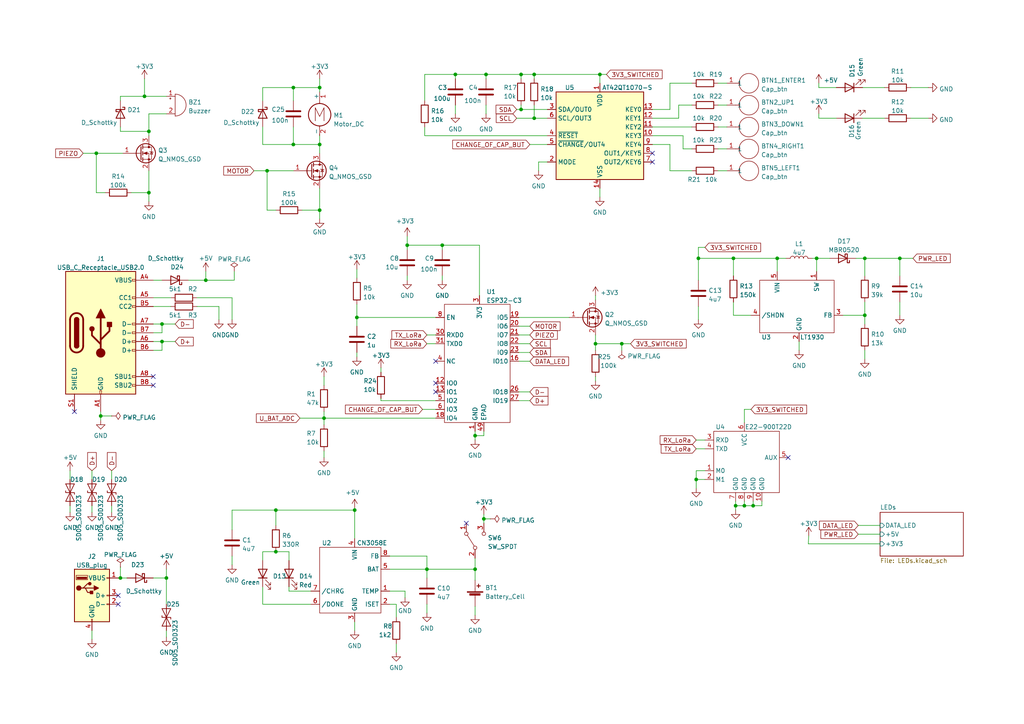
<source format=kicad_sch>
(kicad_sch (version 20211123) (generator eeschema)
  (paper "A4")
  (title_block (title "Semafor") (rev "1"))
  (junction (at 154.94 34.29))
  (junction (at 92.71 60.96))
  (junction (at 225.425 74.93))
  (junction (at 154.94 21.59))
  (junction (at 140.335 150.495))
  (junction (at 201.93 139.065))
  (junction (at 250.825 74.93))
  (junction (at 173.99 21.59))
  (junction (at 27.94 44.45))
  (junction (at 59.69 81.28))
  (junction (at 151.13 21.59))
  (junction (at 93.98 121.285))
  (junction (at 46.99 93.98))
  (junction (at 218.44 146.685))
  (junction (at 103.505 92.075))
  (junction (at 202.565 74.93))
  (junction (at 172.72 99.695))
  (junction (at 180.34 99.695))
  (junction (at 80.01 147.955))
  (junction (at 128.27 71.12))
  (junction (at 137.795 126.365))
  (junction (at 151.13 31.75))
  (junction (at 236.855 74.93))
  (junction (at 140.97 21.59))
  (junction (at 80.01 160.02))
  (junction (at 123.825 165.1))
  (junction (at 92.71 25.4))
  (junction (at 34.925 167.64))
  (junction (at 212.725 74.93))
  (junction (at 250.825 91.44))
  (junction (at 132.08 21.59))
  (junction (at 85.09 25.4))
  (junction (at 43.18 38.1))
  (junction (at 260.985 74.93))
  (junction (at 77.47 49.53))
  (junction (at 92.71 41.91))
  (junction (at 213.36 146.685))
  (junction (at 118.11 71.12))
  (junction (at 46.99 99.06))
  (junction (at 102.87 147.955))
  (junction (at 215.9 146.685))
  (junction (at 41.91 27.94))
  (junction (at 85.09 41.91))
  (junction (at 43.18 55.88))
  (junction (at 48.26 167.64))
  (junction (at 29.21 120.65))
  (junction (at 137.795 165.1))
  (no_connect (at 126.365 113.665))
  (no_connect (at 34.29 172.72))
  (no_connect (at 228.6 132.715))
  (no_connect (at 44.45 109.22))
  (no_connect (at 44.45 111.76))
  (no_connect (at 126.365 104.775))
  (no_connect (at 126.365 111.125))
  (no_connect (at 135.255 151.765))
  (no_connect (at 34.29 175.26))
  (no_connect (at 189.23 44.45))
  (no_connect (at 189.23 46.99))
  (no_connect (at 21.59 119.38))
  (wire (pts (xy 140.335 150.495) (xy 142.24 150.495)))
  (wire (pts (xy 114.935 186.69) (xy 114.935 189.23)))
  (wire (pts (xy 150.495 94.615) (xy 153.67 94.615)))
  (wire (pts (xy 57.15 88.9) (xy 63.5 88.9)))
  (wire (pts (xy 54.61 81.28) (xy 59.69 81.28)))
  (wire (pts (xy 140.97 30.48) (xy 140.97 33.02)))
  (wire (pts (xy 213.36 146.685) (xy 213.36 147.955)))
  (wire (pts (xy 43.18 38.1) (xy 43.18 33.02)))
  (wire (pts (xy 172.72 97.155) (xy 172.72 99.695)))
  (wire (pts (xy 102.87 180.34) (xy 102.87 182.88)))
  (wire (pts (xy 83.82 170.18) (xy 83.82 171.45)))
  (wire (pts (xy 117.475 173.355) (xy 117.475 171.45)))
  (wire (pts (xy 26.67 146.685) (xy 26.67 148.59)))
  (wire (pts (xy 29.21 120.65) (xy 32.385 120.65)))
  (wire (pts (xy 67.945 81.28) (xy 59.69 81.28)))
  (wire (pts (xy 137.795 175.895) (xy 137.795 178.435)))
  (wire (pts (xy 34.925 36.83) (xy 34.925 38.1)))
  (wire (pts (xy 44.45 88.9) (xy 49.53 88.9)))
  (wire (pts (xy 67.31 161.29) (xy 67.31 163.83)))
  (wire (pts (xy 92.71 39.37) (xy 92.71 41.91)))
  (wire (pts (xy 93.98 119.38) (xy 93.98 121.285)))
  (wire (pts (xy 34.925 164.465) (xy 34.925 167.64)))
  (wire (pts (xy 27.94 55.88) (xy 27.94 44.45)))
  (wire (pts (xy 140.335 150.495) (xy 140.335 151.765)))
  (wire (pts (xy 194.31 31.75) (xy 194.31 24.13)))
  (wire (pts (xy 250.19 25.4) (xy 256.54 25.4)))
  (wire (pts (xy 92.71 54.61) (xy 92.71 60.96)))
  (wire (pts (xy 235.585 74.93) (xy 236.855 74.93)))
  (wire (pts (xy 73.66 49.53) (xy 77.47 49.53)))
  (wire (pts (xy 123.825 99.695) (xy 126.365 99.695)))
  (wire (pts (xy 85.09 36.83) (xy 85.09 41.91)))
  (wire (pts (xy 204.47 71.755) (xy 202.565 71.755)))
  (wire (pts (xy 126.365 116.205) (xy 110.49 116.205)))
  (wire (pts (xy 248.285 74.93) (xy 250.825 74.93)))
  (wire (pts (xy 34.925 38.1) (xy 43.18 38.1)))
  (wire (pts (xy 189.23 39.37) (xy 198.12 39.37)))
  (wire (pts (xy 204.47 136.525) (xy 201.93 136.525)))
  (wire (pts (xy 30.48 55.88) (xy 27.94 55.88)))
  (wire (pts (xy 173.99 54.61) (xy 173.99 57.15)))
  (wire (pts (xy 57.15 86.36) (xy 67.31 86.36)))
  (wire (pts (xy 46.99 93.98) (xy 50.8 93.98)))
  (wire (pts (xy 137.795 125.095) (xy 137.795 126.365)))
  (wire (pts (xy 92.71 22.86) (xy 92.71 25.4)))
  (wire (pts (xy 123.19 29.21) (xy 123.19 21.59)))
  (wire (pts (xy 250.825 80.01) (xy 250.825 74.93)))
  (wire (pts (xy 149.86 31.75) (xy 151.13 31.75)))
  (wire (pts (xy 118.11 80.01) (xy 118.11 81.28)))
  (wire (pts (xy 132.08 30.48) (xy 132.08 33.02)))
  (wire (pts (xy 151.13 21.59) (xy 151.13 22.86)))
  (wire (pts (xy 260.985 74.93) (xy 260.985 80.01)))
  (wire (pts (xy 80.01 60.96) (xy 77.47 60.96)))
  (wire (pts (xy 113.03 175.26) (xy 114.935 175.26)))
  (wire (pts (xy 80.01 147.955) (xy 80.01 152.4)))
  (wire (pts (xy 264.16 25.4) (xy 269.24 25.4)))
  (wire (pts (xy 250.19 34.29) (xy 256.54 34.29)))
  (wire (pts (xy 225.425 74.93) (xy 227.965 74.93)))
  (wire (pts (xy 59.69 81.28) (xy 59.69 78.74)))
  (wire (pts (xy 154.94 30.48) (xy 154.94 34.29)))
  (wire (pts (xy 208.28 49.53) (xy 210.82 49.53)))
  (wire (pts (xy 140.97 21.59) (xy 151.13 21.59)))
  (wire (pts (xy 194.31 49.53) (xy 200.66 49.53)))
  (wire (pts (xy 113.03 171.45) (xy 117.475 171.45)))
  (wire (pts (xy 137.795 126.365) (xy 137.795 127.635)))
  (wire (pts (xy 189.23 31.75) (xy 194.31 31.75)))
  (wire (pts (xy 156.21 46.99) (xy 156.21 49.53)))
  (wire (pts (xy 63.5 88.9) (xy 63.5 92.71)))
  (wire (pts (xy 212.725 91.44) (xy 212.725 87.63)))
  (wire (pts (xy 43.18 55.88) (xy 43.18 58.42)))
  (wire (pts (xy 92.71 25.4) (xy 92.71 26.67)))
  (wire (pts (xy 201.93 139.065) (xy 201.93 141.605)))
  (wire (pts (xy 215.9 146.685) (xy 213.36 146.685)))
  (wire (pts (xy 43.18 49.53) (xy 43.18 55.88)))
  (wire (pts (xy 139.065 71.12) (xy 128.27 71.12)))
  (wire (pts (xy 182.88 99.695) (xy 180.34 99.695)))
  (wire (pts (xy 48.26 182.88) (xy 48.26 184.785)))
  (wire (pts (xy 236.855 74.93) (xy 236.855 78.74)))
  (wire (pts (xy 150.495 104.775) (xy 153.67 104.775)))
  (wire (pts (xy 128.27 71.12) (xy 128.27 72.39)))
  (wire (pts (xy 172.72 85.725) (xy 172.72 86.995)))
  (wire (pts (xy 67.31 147.955) (xy 67.31 153.67)))
  (wire (pts (xy 85.09 25.4) (xy 92.71 25.4)))
  (wire (pts (xy 196.85 34.29) (xy 196.85 30.48)))
  (wire (pts (xy 173.99 21.59) (xy 175.895 21.59)))
  (wire (pts (xy 217.805 118.745) (xy 215.9 118.745)))
  (wire (pts (xy 140.97 22.86) (xy 140.97 21.59)))
  (wire (pts (xy 76.2 41.91) (xy 85.09 41.91)))
  (wire (pts (xy 44.45 99.06) (xy 46.99 99.06)))
  (wire (pts (xy 236.855 74.93) (xy 240.665 74.93)))
  (wire (pts (xy 208.28 24.13) (xy 210.82 24.13)))
  (wire (pts (xy 114.935 175.26) (xy 114.935 179.07)))
  (wire (pts (xy 110.49 116.205) (xy 110.49 115.57)))
  (wire (pts (xy 215.9 118.745) (xy 215.9 122.555)))
  (wire (pts (xy 250.825 74.93) (xy 260.985 74.93)))
  (wire (pts (xy 113.03 161.29) (xy 123.825 161.29)))
  (wire (pts (xy 90.17 171.45) (xy 83.82 171.45)))
  (wire (pts (xy 198.12 39.37) (xy 198.12 43.18)))
  (wire (pts (xy 172.72 99.695) (xy 172.72 101.6)))
  (wire (pts (xy 150.495 92.075) (xy 165.1 92.075)))
  (wire (pts (xy 237.49 33.02) (xy 237.49 34.29)))
  (wire (pts (xy 237.49 25.4) (xy 237.49 24.13)))
  (wire (pts (xy 118.11 71.12) (xy 128.27 71.12)))
  (wire (pts (xy 48.26 27.94) (xy 41.91 27.94)))
  (wire (pts (xy 77.47 49.53) (xy 85.09 49.53)))
  (wire (pts (xy 220.98 146.685) (xy 218.44 146.685)))
  (wire (pts (xy 29.21 120.65) (xy 29.21 121.92)))
  (wire (pts (xy 123.19 21.59) (xy 132.08 21.59)))
  (wire (pts (xy 118.11 68.58) (xy 118.11 71.12)))
  (wire (pts (xy 128.27 80.01) (xy 128.27 81.28)))
  (wire (pts (xy 27.94 44.45) (xy 35.56 44.45)))
  (wire (pts (xy 196.85 30.48) (xy 200.66 30.48)))
  (wire (pts (xy 92.71 41.91) (xy 92.71 44.45)))
  (wire (pts (xy 76.2 160.02) (xy 80.01 160.02)))
  (wire (pts (xy 102.87 147.955) (xy 102.87 156.21)))
  (wire (pts (xy 150.495 116.205) (xy 153.67 116.205)))
  (wire (pts (xy 158.75 39.37) (xy 123.19 39.37)))
  (wire (pts (xy 149.86 34.29) (xy 154.94 34.29)))
  (wire (pts (xy 123.825 175.26) (xy 123.825 177.8)))
  (wire (pts (xy 38.1 55.88) (xy 43.18 55.88)))
  (wire (pts (xy 158.75 46.99) (xy 156.21 46.99)))
  (wire (pts (xy 250.825 91.44) (xy 250.825 93.98)))
  (wire (pts (xy 90.17 175.26) (xy 76.2 175.26)))
  (wire (pts (xy 93.98 121.285) (xy 93.98 123.19)))
  (wire (pts (xy 153.67 41.91) (xy 158.75 41.91)))
  (wire (pts (xy 208.28 30.48) (xy 210.82 30.48)))
  (wire (pts (xy 44.45 93.98) (xy 46.99 93.98)))
  (wire (pts (xy 93.98 121.285) (xy 126.365 121.285)))
  (wire (pts (xy 29.21 119.38) (xy 29.21 120.65)))
  (wire (pts (xy 194.31 24.13) (xy 200.66 24.13)))
  (wire (pts (xy 123.825 161.29) (xy 123.825 165.1)))
  (wire (pts (xy 87.63 60.96) (xy 92.71 60.96)))
  (wire (pts (xy 41.91 22.86) (xy 41.91 27.94)))
  (wire (pts (xy 44.45 101.6) (xy 46.99 101.6)))
  (wire (pts (xy 250.825 87.63) (xy 250.825 91.44)))
  (wire (pts (xy 208.28 36.83) (xy 210.82 36.83)))
  (wire (pts (xy 218.44 145.415) (xy 218.44 146.685)))
  (wire (pts (xy 76.2 162.56) (xy 76.2 160.02)))
  (wire (pts (xy 150.495 113.665) (xy 153.67 113.665)))
  (wire (pts (xy 44.45 167.64) (xy 48.26 167.64)))
  (wire (pts (xy 43.18 33.02) (xy 48.26 33.02)))
  (wire (pts (xy 264.795 74.93) (xy 260.985 74.93)))
  (wire (pts (xy 132.08 22.86) (xy 132.08 21.59)))
  (wire (pts (xy 260.985 87.63) (xy 260.985 91.44)))
  (wire (pts (xy 201.93 136.525) (xy 201.93 139.065)))
  (wire (pts (xy 76.2 25.4) (xy 85.09 25.4)))
  (wire (pts (xy 202.565 88.9) (xy 202.565 92.71)))
  (wire (pts (xy 201.93 130.175) (xy 204.47 130.175)))
  (wire (pts (xy 24.13 44.45) (xy 27.94 44.45)))
  (wire (pts (xy 139.065 85.725) (xy 139.065 71.12)))
  (wire (pts (xy 123.825 167.64) (xy 123.825 165.1)))
  (wire (pts (xy 44.45 96.52) (xy 46.99 96.52)))
  (wire (pts (xy 26.67 182.88) (xy 26.67 185.42)))
  (wire (pts (xy 208.28 43.18) (xy 210.82 43.18)))
  (wire (pts (xy 202.565 71.755) (xy 202.565 74.93)))
  (wire (pts (xy 103.505 102.235) (xy 103.505 103.505)))
  (wire (pts (xy 255.27 157.734) (xy 234.442 157.734)))
  (wire (pts (xy 20.32 146.685) (xy 20.32 148.59)))
  (wire (pts (xy 150.495 102.235) (xy 153.67 102.235)))
  (wire (pts (xy 86.995 121.285) (xy 93.98 121.285)))
  (wire (pts (xy 123.825 97.155) (xy 126.365 97.155)))
  (wire (pts (xy 173.99 21.59) (xy 173.99 24.13)))
  (wire (pts (xy 180.34 99.695) (xy 180.34 101.6)))
  (wire (pts (xy 77.47 60.96) (xy 77.47 49.53)))
  (wire (pts (xy 237.49 25.4) (xy 242.57 25.4)))
  (wire (pts (xy 234.569 155.448) (xy 234.442 157.734)))
  (wire (pts (xy 67.31 147.955) (xy 80.01 147.955)))
  (wire (pts (xy 244.475 91.44) (xy 250.825 91.44)))
  (wire (pts (xy 202.565 74.93) (xy 202.565 81.28)))
  (wire (pts (xy 80.01 147.955) (xy 102.87 147.955)))
  (wire (pts (xy 201.93 139.065) (xy 204.47 139.065)))
  (wire (pts (xy 123.19 39.37) (xy 123.19 36.83)))
  (wire (pts (xy 150.495 99.695) (xy 153.67 99.695)))
  (wire (pts (xy 225.425 78.74) (xy 225.425 74.93)))
  (wire (pts (xy 140.335 126.365) (xy 137.795 126.365)))
  (wire (pts (xy 20.32 136.525) (xy 20.32 139.065)))
  (wire (pts (xy 250.825 101.6) (xy 250.825 104.14)))
  (wire (pts (xy 202.565 74.93) (xy 212.725 74.93)))
  (wire (pts (xy 44.45 86.36) (xy 49.53 86.36)))
  (wire (pts (xy 83.82 162.56) (xy 83.82 160.02)))
  (wire (pts (xy 34.925 167.64) (xy 36.83 167.64)))
  (wire (pts (xy 248.92 154.94) (xy 255.27 154.94)))
  (wire (pts (xy 103.505 92.075) (xy 126.365 92.075)))
  (wire (pts (xy 231.775 99.06) (xy 231.775 101.6)))
  (wire (pts (xy 180.34 99.695) (xy 172.72 99.695)))
  (wire (pts (xy 154.94 34.29) (xy 158.75 34.29)))
  (wire (pts (xy 198.12 43.18) (xy 200.66 43.18)))
  (wire (pts (xy 151.13 30.48) (xy 151.13 31.75)))
  (wire (pts (xy 46.99 93.98) (xy 46.99 96.52)))
  (wire (pts (xy 85.09 25.4) (xy 85.09 29.21)))
  (wire (pts (xy 85.09 41.91) (xy 92.71 41.91)))
  (wire (pts (xy 93.98 109.22) (xy 93.98 111.76)))
  (wire (pts (xy 137.795 161.925) (xy 137.795 165.1)))
  (wire (pts (xy 150.495 97.155) (xy 153.67 97.155)))
  (wire (pts (xy 44.45 81.28) (xy 46.99 81.28)))
  (wire (pts (xy 154.94 21.59) (xy 173.99 21.59)))
  (wire (pts (xy 34.925 27.94) (xy 41.91 27.94)))
  (wire (pts (xy 67.945 78.74) (xy 67.945 81.28)))
  (wire (pts (xy 103.505 88.265) (xy 103.505 92.075)))
  (wire (pts (xy 140.335 149.225) (xy 140.335 150.495)))
  (wire (pts (xy 189.23 34.29) (xy 196.85 34.29)))
  (wire (pts (xy 154.94 21.59) (xy 154.94 22.86)))
  (wire (pts (xy 189.23 41.91) (xy 194.31 41.91)))
  (wire (pts (xy 102.87 147.32) (xy 102.87 147.955)))
  (wire (pts (xy 151.13 21.59) (xy 154.94 21.59)))
  (wire (pts (xy 194.31 41.91) (xy 194.31 49.53)))
  (wire (pts (xy 172.72 109.22) (xy 172.72 110.49)))
  (wire (pts (xy 48.26 167.64) (xy 48.26 175.26)))
  (wire (pts (xy 26.67 136.525) (xy 26.67 139.065)))
  (wire (pts (xy 237.49 34.29) (xy 242.57 34.29)))
  (wire (pts (xy 34.29 167.64) (xy 34.925 167.64)))
  (wire (pts (xy 123.825 165.1) (xy 137.795 165.1)))
  (wire (pts (xy 103.505 78.105) (xy 103.505 80.645)))
  (wire (pts (xy 215.9 145.415) (xy 215.9 146.685)))
  (wire (pts (xy 140.335 125.095) (xy 140.335 126.365)))
  (wire (pts (xy 218.44 146.685) (xy 215.9 146.685)))
  (wire (pts (xy 213.36 145.415) (xy 213.36 146.685)))
  (wire (pts (xy 48.26 165.1) (xy 48.26 167.64)))
  (wire (pts (xy 212.725 80.01) (xy 212.725 74.93)))
  (wire (pts (xy 217.805 91.44) (xy 212.725 91.44)))
  (wire (pts (xy 76.2 170.18) (xy 76.2 175.26)))
  (wire (pts (xy 264.16 34.29) (xy 269.24 34.29)))
  (wire (pts (xy 122.555 118.745) (xy 126.365 118.745)))
  (wire (pts (xy 151.13 31.75) (xy 158.75 31.75)))
  (wire (pts (xy 113.03 165.1) (xy 123.825 165.1)))
  (wire (pts (xy 32.385 146.685) (xy 32.385 148.59)))
  (wire (pts (xy 93.98 130.81) (xy 93.98 132.715)))
  (wire (pts (xy 110.49 106.68) (xy 110.49 107.95)))
  (wire (pts (xy 189.23 36.83) (xy 200.66 36.83)))
  (wire (pts (xy 43.18 38.1) (xy 43.18 39.37)))
  (wire (pts (xy 118.11 72.39) (xy 118.11 71.12)))
  (wire (pts (xy 248.92 152.4) (xy 255.27 152.4)))
  (wire (pts (xy 76.2 29.21) (xy 76.2 25.4)))
  (wire (pts (xy 46.99 99.06) (xy 46.99 101.6)))
  (wire (pts (xy 132.08 21.59) (xy 140.97 21.59)))
  (wire (pts (xy 67.31 86.36) (xy 67.31 92.71)))
  (wire (pts (xy 92.71 60.96) (xy 92.71 63.5)))
  (wire (pts (xy 80.01 160.02) (xy 83.82 160.02)))
  (wire (pts (xy 32.385 136.525) (xy 32.385 139.065)))
  (wire (pts (xy 220.98 145.415) (xy 220.98 146.685)))
  (wire (pts (xy 212.725 74.93) (xy 225.425 74.93)))
  (wire (pts (xy 34.925 27.94) (xy 34.925 29.21)))
  (wire (pts (xy 103.505 92.075) (xy 103.505 94.615)))
  (wire (pts (xy 137.795 165.1) (xy 137.795 168.275)))
  (wire (pts (xy 76.2 36.83) (xy 76.2 41.91)))
  (wire (pts (xy 201.93 127.635) (xy 204.47 127.635)))
  (wire (pts (xy 46.99 99.06) (xy 50.8 99.06)))
  (global_label "SDA" (shape input) (at 149.86 31.75 180) (property "Intersheet References" "${INTERSHEET_REFS}" (effects hide)))
  (global_label "MOTOR" (shape input) (at 153.67 94.615 0) (property "Intersheet References" "${INTERSHEET_REFS}" (effects hide)))
  (global_label "D+" (shape input) (at 153.67 116.205 0) (property "Intersheet References" "${INTERSHEET_REFS}" (effects hide)))
  (global_label "DATA_LED" (shape input) (at 153.67 104.775 0) (property "Intersheet References" "${INTERSHEET_REFS}" (effects hide)))
  (global_label "CHANGE_OF_CAP_BUT" (shape input) (at 153.67 41.91 180) (property "Intersheet References" "${INTERSHEET_REFS}" (effects hide)))
  (global_label "3V3_SWITCHED" (shape input) (at 204.47 71.755 0) (property "Intersheet References" "${INTERSHEET_REFS}" (effects hide)))
  (global_label "SCL" (shape input) (at 149.86 34.29 180) (property "Intersheet References" "${INTERSHEET_REFS}" (effects hide)))
  (global_label "D+" (shape input) (at 50.8 99.06 0) (property "Intersheet References" "${INTERSHEET_REFS}" (effects hide)))
  (global_label "3V3_SWITCHED" (shape input) (at 217.805 118.745 0) (property "Intersheet References" "${INTERSHEET_REFS}" (effects hide)))
  (global_label "DATA_LED" (shape input) (at 248.92 152.4 180) (property "Intersheet References" "${INTERSHEET_REFS}" (effects hide)))
  (global_label "3V3_SWITCHED" (shape input) (at 182.88 99.695 0) (property "Intersheet References" "${INTERSHEET_REFS}" (effects hide)))
  (global_label "D-" (shape input) (at 32.385 136.525 90) (property "Intersheet References" "${INTERSHEET_REFS}" (effects hide)))
  (global_label "MOTOR" (shape input) (at 73.66 49.53 180) (property "Intersheet References" "${INTERSHEET_REFS}" (effects hide)))
  (global_label "SDA" (shape input) (at 153.67 102.235 0) (property "Intersheet References" "${INTERSHEET_REFS}" (effects hide)))
  (global_label "3V3_SWITCHED" (shape input) (at 175.895 21.59 0) (property "Intersheet References" "${INTERSHEET_REFS}" (effects hide)))
  (global_label "U_BAT_ADC" (shape input) (at 86.995 121.285 180) (property "Intersheet References" "${INTERSHEET_REFS}" (effects hide)))
  (global_label "PWR_LED" (shape input) (at 248.92 154.94 180) (property "Intersheet References" "${INTERSHEET_REFS}" (effects hide)))
  (global_label "PIEZO" (shape input) (at 153.67 97.155 0) (property "Intersheet References" "${INTERSHEET_REFS}" (effects hide)))
  (global_label "RX_LoRa" (shape input) (at 123.825 99.695 180) (property "Intersheet References" "${INTERSHEET_REFS}" (effects hide)))
  (global_label "TX_LoRa" (shape input) (at 201.93 130.175 180) (property "Intersheet References" "${INTERSHEET_REFS}" (effects hide)))
  (global_label "D-" (shape input) (at 50.8 93.98 0) (property "Intersheet References" "${INTERSHEET_REFS}" (effects hide)))
  (global_label "TX_LoRa" (shape input) (at 123.825 97.155 180) (property "Intersheet References" "${INTERSHEET_REFS}" (effects hide)))
  (global_label "SCL" (shape input) (at 153.67 99.695 0) (property "Intersheet References" "${INTERSHEET_REFS}" (effects hide)))
  (global_label "PWR_LED" (shape input) (at 264.795 74.93 0) (property "Intersheet References" "${INTERSHEET_REFS}" (effects hide)))
  (global_label "RX_LoRa" (shape input) (at 201.93 127.635 180) (property "Intersheet References" "${INTERSHEET_REFS}" (effects hide)))
  (global_label "D+" (shape input) (at 26.67 136.525 90) (property "Intersheet References" "${INTERSHEET_REFS}" (effects hide)))
  (global_label "D-" (shape input) (at 153.67 113.665 0) (property "Intersheet References" "${INTERSHEET_REFS}" (effects hide)))
  (global_label "CHANGE_OF_CAP_BUT" (shape input) (at 122.555 118.745 180) (property "Intersheet References" "${INTERSHEET_REFS}" (effects hide)))
  (global_label "PIEZO" (shape input) (at 24.13 44.45 180) (property "Intersheet References" "${INTERSHEET_REFS}" (effects hide)))
  (symbol (lib_id "Device:C") (at 140.97 26.67 0) (unit 1)
    (property "Reference" "C4" (at 135.89 25.4 0) (effects (justify left)))
    (property "Value" "100n" (at 134.62 29.21 0) (effects (justify left)))
    (property "Footprint" "Capacitor_SMD:C_0603_1608Metric" (effects hide))
    (property "LCSC" "C14663" (effects hide))
  )
  (symbol (lib_name "E22-900T22D_1") (lib_id "Library:E22-900T22D") (at 219.71 133.985 0) (unit 1)
    (property "Reference" "U4" (at 208.915 123.825 0))
    (property "Value" "E22-900T22D" (at 222.885 123.825 0))
    (property "Footprint" "Library:E22-900T22D" (effects hide))
    (property "LCSC" "ručně" (effects hide))
  )
  (symbol (lib_id "Device:Q_NMOS_GSD") (at 90.17 49.53 0) (unit 1)
    (property "Reference" "Q4" (at 95.377 48.6953 0) (effects (justify left)))
    (property "Value" "Q_NMOS_GSD" (at 95.377 51.2322 0) (effects (justify left)))
    (property "Footprint" "Package_TO_SOT_SMD:SOT-23" (effects hide))
    (property "LCSC" "C8545" (effects hide))
  )
  (symbol (lib_id "Device:D_Schottky") (at 40.64 167.64 180) (unit 1)
    (property "Reference" "D23" (at 41.91 163.83 0) (effects (justify left)))
    (property "Value" "D_Schottky" (at 46.99 171.45 0) (effects (justify left)))
    (property "Footprint" "Diode_SMD:D_SOD-123" (effects hide))
    (property "Datasheet" "https://datasheet.lcsc.com/lcsc/2110281130_KUU-B5817W_C2909923.pdf" (effects hide))
    (property "LCSC" "C2909923" (effects hide))
  )
  (symbol (lib_id "Device:LED") (at 76.2 166.37 90) (unit 1)
    (property "Reference" "D13" (at 79.121 167.1228 90) (effects (justify right)))
    (property "Value" "Green" (at 69.85 168.91 90) (effects (justify right)))
    (property "Footprint" "LED_SMD:LED_0603_1608Metric" (effects hide))
    (property "LCSC" "C965805" (effects hide))
  )
  (symbol (lib_id "Device:R") (at 93.98 115.57 0) (unit 1)
    (property "Reference" "R1" (at 88.9 114.3 0) (effects (justify left)))
    (property "Value" "47k" (at 88.9 116.84 0) (effects (justify left)))
    (property "Footprint" "Resistor_SMD:R_0603_1608Metric" (effects hide))
    (property "LCSC" "C25819" (effects hide))
  )
  (symbol (lib_id "power:+3V3") (at 118.11 68.58 0) (unit 1)
    (property "Reference" "#PWR0133" (effects hide))
    (property "Value" "+3V3" (at 117.475 64.135 0))
  )
  (symbol (lib_id "Device:D_Schottky") (at 50.8 81.28 180) (unit 1)
    (property "Reference" "D24" (at 53.34 77.47 0) (effects (justify left)))
    (property "Value" "D_Schottky" (at 53.34 74.93 0) (effects (justify left)))
    (property "Footprint" "Diode_SMD:D_SOD-123" (effects hide))
    (property "Datasheet" "https://datasheet.lcsc.com/lcsc/2110281130_KUU-B5817W_C2909923.pdf" (effects hide))
    (property "LCSC" "C2909923" (effects hide))
  )
  (symbol (lib_id "Device:R") (at 93.98 127 0) (unit 1)
    (property "Reference" "R7" (at 88.9 125.73 0) (effects (justify left)))
    (property "Value" "10k" (at 88.9 128.27 0) (effects (justify left)))
    (property "Footprint" "Resistor_SMD:R_0603_1608Metric" (effects hide))
    (property "LCSC" "C25804" (effects hide))
  )
  (symbol (lib_id "Device:D_Schottky") (at 34.925 33.02 270) (unit 1)
    (property "Reference" "D21" (at 36.957 31.8678 90) (effects (justify left)))
    (property "Value" "D_Schottky" (at 23.495 35.56 90) (effects (justify left)))
    (property "Footprint" "Diode_SMD:D_SOD-123" (effects hide))
    (property "Datasheet" "https://datasheet.lcsc.com/lcsc/2110281130_KUU-B5817W_C2909923.pdf" (effects hide))
    (property "LCSC" "C2909923" (effects hide))
  )
  (symbol (lib_id "Device:R") (at 260.35 25.4 90) (unit 1)
    (property "Reference" "R11" (at 260.35 20.6842 90))
    (property "Value" "10k" (at 260.35 23.2211 90))
    (property "Footprint" "Resistor_SMD:R_0603_1608Metric" (effects hide))
    (property "LCSC" "C25804" (effects hide))
  )
  (symbol (lib_id "power:+3V3") (at 234.569 155.448 0) (unit 1)
    (property "Reference" "#PWR0161" (effects hide))
    (property "Value" "+3V3" (at 234.569 151.8722 0))
  )
  (symbol (lib_id "Device:C") (at 67.31 157.48 0) (unit 1)
    (property "Reference" "C1" (at 70.231 156.6453 0) (effects (justify left)))
    (property "Value" "4u7" (at 70.231 159.1822 0) (effects (justify left)))
    (property "Footprint" "Capacitor_SMD:C_0805_2012Metric" (effects hide))
    (property "LCSC" "C1779" (effects hide))
  )
  (symbol (lib_id "Device:D_Schottky") (at 76.2 33.02 270) (unit 1)
    (property "Reference" "D22" (at 69.85 32.385 90) (effects (justify left)))
    (property "Value" "D_Schottky" (at 64.77 35.56 90) (effects (justify left)))
    (property "Footprint" "Diode_SMD:D_SOD-123" (effects hide))
    (property "Datasheet" "https://datasheet.lcsc.com/lcsc/2110281130_KUU-B5817W_C2909923.pdf" (effects hide))
    (property "LCSC" "C2909923" (effects hide))
  )
  (symbol (lib_id "Library:Cap_btn") (at 217.17 36.83 0) (unit 1)
    (property "Reference" "BTN3_DOWN1" (at 220.7464 36.0207 0) (effects (justify left)))
    (property "Value" "Cap_btn" (at 220.7464 38.5576 0) (effects (justify left)))
    (property "Footprint" "Library:Cap_btn_2x2" (effects hide))
    (property "LCSC" "-" (effects hide))
  )
  (symbol (lib_id "Library:ESP32-C3") (at 153.035 109.855 0) (unit 1)
    (property "Reference" "U1" (at 141.0844 84.616 0) (effects (justify left)))
    (property "Value" "ESP32-C3" (at 141.0844 87.1529 0) (effects (justify left)))
    (property "Footprint" "Library:ESP32-C3" (effects hide))
    (property "LCSC" "C2838502" (effects hide))
  )
  (symbol (lib_id "power:GND") (at 156.21 49.53 0) (unit 1)
    (property "Reference" "#PWR0128" (effects hide))
    (property "Value" "GND" (at 156.21 53.9734 0))
  )
  (symbol (lib_id "power:GND") (at 123.825 177.8 0) (unit 1)
    (property "Reference" "#PWR0150" (effects hide))
    (property "Value" "GND" (at 123.825 182.2434 0))
  )
  (symbol (lib_id "power:GND") (at 63.5 92.71 0) (unit 1)
    (property "Reference" "#PWR0153" (effects hide))
    (property "Value" "GND" (at 63.5 97.1534 0))
  )
  (symbol (lib_id "Device:C") (at 85.09 33.02 0) (unit 1)
    (property "Reference" "C25" (at 78.74 31.75 0) (effects (justify left)))
    (property "Value" "100n" (at 78.74 34.925 0) (effects (justify left)))
    (property "Footprint" "Capacitor_SMD:C_0603_1608Metric" (effects hide))
    (property "LCSC" "C14663" (effects hide))
  )
  (symbol (lib_id "Device:LED") (at 246.38 25.4 180) (unit 1)
    (property "Reference" "D15" (at 247.1328 22.479 90) (effects (justify right)))
    (property "Value" "Green" (at 249.555 22.225 90) (effects (justify right)))
    (property "Footprint" "LED_SMD:LED_0603_1608Metric" (effects hide))
    (property "LCSC" "C965805" (effects hide))
  )
  (symbol (lib_id "Diode:SD05_SOD323") (at 32.385 142.875 90) (unit 1)
    (property "Reference" "D20" (at 33.02 139.065 90) (effects (justify right)))
    (property "Value" "SD05_SOD323" (at 34.925 143.51 0) (effects (justify right)))
    (property "Footprint" "Diode_SMD:D_SOD-323" (effects hide))
    (property "Datasheet" "https://www.littelfuse.com/~/media/electronics/datasheets/tvs_diode_arrays/littelfuse_tvs_diode_array_sd_c_datasheet.pdf.pdf" (effects hide))
    (property "LCSC" "C3002993" (effects hide))
  )
  (symbol (lib_id "power:GND") (at 260.985 91.44 0) (unit 1)
    (property "Reference" "#PWR0143" (effects hide))
    (property "Value" "GND" (at 260.985 95.8834 0))
  )
  (symbol (lib_id "Device:R") (at 204.47 49.53 270) (unit 1)
    (property "Reference" "R21" (at 199.39 52.07 90) (effects (justify left)))
    (property "Value" "10k" (at 204.47 52.07 90) (effects (justify left)))
    (property "Footprint" "Resistor_SMD:R_0603_1608Metric" (effects hide))
    (property "LCSC" "C25804" (effects hide))
  )
  (symbol (lib_id "power:GND") (at 26.67 185.42 0) (unit 1)
    (property "Reference" "#PWR0182" (effects hide))
    (property "Value" "GND" (at 26.67 189.8634 0))
  )
  (symbol (lib_id "power:GND") (at 117.475 173.355 0) (unit 1)
    (property "Reference" "#PWR0102" (effects hide))
    (property "Value" "GND" (at 117.475 177.165 0))
  )
  (symbol (lib_id "Library:LT1930") (at 231.775 88.9 0) (unit 1)
    (property "Reference" "U3" (at 222.25 97.79 0))
    (property "Value" "LT1930" (at 235.585 97.79 0))
    (property "Footprint" "Package_TO_SOT_SMD:SOT-23-5" (effects hide))
    (property "Datasheet" "https://www.analog.com/media/en/technical-documentation/data-sheets/1930f.pdf" (effects hide))
    (property "LCSC" "C579930" (effects hide))
  )
  (symbol (lib_id "Device:R") (at 123.19 33.02 0) (unit 1)
    (property "Reference" "R16" (at 124.968 32.1853 0) (effects (justify left)))
    (property "Value" "10k" (at 124.968 34.7222 0) (effects (justify left)))
    (property "Footprint" "Resistor_SMD:R_0603_1608Metric" (effects hide))
    (property "LCSC" "C25804" (effects hide))
  )
  (symbol (lib_id "power:GND") (at 201.93 141.605 0) (unit 1)
    (property "Reference" "#PWR0132" (effects hide))
    (property "Value" "GND" (at 201.93 146.0484 0))
  )
  (symbol (lib_id "Device:C") (at 118.11 76.2 0) (unit 1)
    (property "Reference" "C8" (at 113.03 74.93 0) (effects (justify left)))
    (property "Value" "10u" (at 111.76 77.47 0) (effects (justify left)))
    (property "Footprint" "Capacitor_SMD:C_0805_2012Metric" (effects hide))
    (property "LCSC" "C15850" (effects hide))
  )
  (symbol (lib_id "power:PWR_FLAG") (at 180.34 101.6 180) (unit 1)
    (property "Reference" "#FLG0103" (effects hide))
    (property "Value" "PWR_FLAG" (at 181.991 103.3038 0) (effects (justify right)))
  )
  (symbol (lib_id "Device:C") (at 132.08 26.67 0) (unit 1)
    (property "Reference" "C3" (at 127 25.4 0) (effects (justify left)))
    (property "Value" "100u" (at 125.73 28.575 0) (effects (justify left)))
    (property "Footprint" "Capacitor_SMD:C_0805_2012Metric" (effects hide))
    (property "LCSC" "ručně" (effects hide))
  )
  (symbol (lib_id "Device:Buzzer") (at 50.8 30.48 0) (unit 1)
    (property "Reference" "BZ1" (at 54.61 29.6453 0) (effects (justify left)))
    (property "Value" "Buzzer" (at 54.61 32.1822 0) (effects (justify left)))
    (property "Footprint" "Library:PIEZO" (effects hide))
    (property "Datasheet" "https://www.tme.eu/Document/1ff2ab27ffcd141d4c8d7506962ac351/bmt1205xh7_5_020200.pdf" (effects hide))
    (property "LCSC" "ručně" (effects hide))
  )
  (symbol (lib_id "Device:R") (at 151.13 26.67 0) (unit 1)
    (property "Reference" "R17" (at 146.05 25.4 0) (effects (justify left)))
    (property "Value" "10k" (at 146.05 27.94 0) (effects (justify left)))
    (property "Footprint" "Resistor_SMD:R_0603_1608Metric" (effects hide))
    (property "LCSC" "C25804" (effects hide))
  )
  (symbol (lib_id "Device:R") (at 110.49 111.76 0) (unit 1)
    (property "Reference" "R24" (at 105.41 110.49 0) (effects (justify left)))
    (property "Value" "10k" (at 105.41 113.03 0) (effects (justify left)))
    (property "Footprint" "Resistor_SMD:R_0603_1608Metric" (effects hide))
    (property "LCSC" "C25804" (effects hide))
  )
  (symbol (lib_id "power:GND") (at 132.08 33.02 0) (unit 1)
    (property "Reference" "#PWR0130" (effects hide))
    (property "Value" "GND" (at 132.08 37.4634 0))
  )
  (symbol (lib_id "Connector:USB_C_Receptacle_USB2.0") (at 29.21 96.52 0) (unit 1)
    (property "Reference" "J1" (at 29.21 75.0402 0))
    (property "Value" "USB_C_Receptacle_USB2.0" (at 29.21 77.5771 0))
    (property "Footprint" "Connector_USB:USB_C_Receptacle_HRO_TYPE-C-31-M-12" (effects hide))
    (property "Datasheet" "https://www.usb.org/sites/default/files/documents/usb_type-c.zip" (effects hide))
    (property "LCSC" "C136423" (effects hide))
  )
  (symbol (lib_id "Device:R") (at 250.825 97.79 0) (unit 1)
    (property "Reference" "R10" (at 252.603 96.9553 0) (effects (justify left)))
    (property "Value" "13k" (at 252.603 99.4922 0) (effects (justify left)))
    (property "Footprint" "Resistor_SMD:R_0603_1608Metric" (effects hide))
    (property "LCSC" "C22797" (effects hide))
  )
  (symbol (lib_id "Library:Cap_btn") (at 217.17 24.13 0) (unit 1)
    (property "Reference" "BTN1_ENTER1" (at 220.7464 23.3207 0) (effects (justify left)))
    (property "Value" "Cap_btn" (at 220.7464 25.8576 0) (effects (justify left)))
    (property "Footprint" "Library:Cap_btn_5x5" (effects hide))
    (property "LCSC" "-" (effects hide))
  )
  (symbol (lib_id "power:+3V3") (at 140.335 149.225 0) (unit 1)
    (property "Reference" "#PWR0135" (effects hide))
    (property "Value" "+3V3" (at 140.335 145.6492 0))
  )
  (symbol (lib_id "power:+5V") (at 237.49 24.13 0) (unit 1)
    (property "Reference" "#PWR0140" (effects hide))
    (property "Value" "+5V" (at 238.887 23.2938 0) (effects (justify left)))
  )
  (symbol (lib_id "Device:R") (at 80.01 156.21 0) (unit 1)
    (property "Reference" "R6" (at 81.788 155.3753 0) (effects (justify left)))
    (property "Value" "330R" (at 81.788 157.9122 0) (effects (justify left)))
    (property "Footprint" "Resistor_SMD:R_0603_1608Metric" (effects hide))
    (property "LCSC" "C23138" (effects hide))
  )
  (symbol (lib_id "power:+3V3") (at 110.49 106.68 0) (unit 1)
    (property "Reference" "#PWR0129" (effects hide))
    (property "Value" "+3V3" (at 110.49 103.1042 0))
  )
  (symbol (lib_id "power:+3V3") (at 103.505 78.105 0) (unit 1)
    (property "Reference" "#PWR0158" (effects hide))
    (property "Value" "+3V3" (at 103.505 74.5292 0))
  )
  (symbol (lib_id "power:+5V") (at 20.32 136.525 0) (unit 1)
    (property "Reference" "#PWR0178" (effects hide))
    (property "Value" "+5V" (at 20.32 132.715 0))
  )
  (symbol (lib_id "Library:Cap_btn") (at 217.17 43.18 0) (unit 1)
    (property "Reference" "BTN4_RIGHT1" (at 220.7464 42.3707 0) (effects (justify left)))
    (property "Value" "Cap_btn" (at 220.7464 44.9076 0) (effects (justify left)))
    (property "Footprint" "Library:Cap_btn_2x2" (effects hide))
    (property "LCSC" "-" (effects hide))
  )
  (symbol (lib_id "power:GND") (at 269.24 25.4 90) (unit 1)
    (property "Reference" "#PWR0138" (effects hide))
    (property "Value" "GND" (at 272.415 25.8338 90) (effects (justify right)))
  )
  (symbol (lib_id "power:GND") (at 269.24 34.29 90) (unit 1)
    (property "Reference" "#PWR0137" (effects hide))
    (property "Value" "GND" (at 272.415 34.7238 90) (effects (justify right)))
  )
  (symbol (lib_id "power:PWR_FLAG") (at 32.385 120.65 270) (unit 1)
    (property "Reference" "#FLG0101" (effects hide))
    (property "Value" "PWR_FLAG" (at 35.56 121.0838 90) (effects (justify left)))
  )
  (symbol (lib_id "power:+3V3") (at 92.71 22.86 0) (unit 1)
    (property "Reference" "#PWR0185" (effects hide))
    (property "Value" "+3V3" (at 92.71 19.2842 0))
  )
  (symbol (lib_id "Device:R") (at 204.47 24.13 90) (unit 1)
    (property "Reference" "R19" (at 209.55 21.59 90) (effects (justify left)))
    (property "Value" "10k" (at 204.47 21.59 90) (effects (justify left)))
    (property "Footprint" "Resistor_SMD:R_0603_1608Metric" (effects hide))
    (property "LCSC" "C25804" (effects hide))
  )
  (symbol (lib_id "Device:C") (at 103.505 98.425 0) (unit 1)
    (property "Reference" "C2" (at 106.426 97.5903 0) (effects (justify left)))
    (property "Value" "1u" (at 106.426 100.1272 0) (effects (justify left)))
    (property "Footprint" "Capacitor_SMD:C_0805_2012Metric" (effects hide))
    (property "LCSC" "C28323" (effects hide))
  )
  (symbol (lib_id "Library:CN3058E") (at 102.87 168.91 0) (unit 1)
    (property "Reference" "U2" (at 93.345 157.48 0) (effects (justify left)))
    (property "Value" "CN3058E" (at 103.505 157.48 0) (effects (justify left)))
    (property "Footprint" "Package_SO:SOP-8_3.76x4.96mm_P1.27mm" (effects hide))
    (property "Datasheet" "http://www.consonance-elec.com/en/static/upload/file/20220425/1650867856106004.pdf" (effects hide))
    (property "LCSC" "C112011" (effects hide))
  )
  (symbol (lib_id "power:+3V3") (at 93.98 109.22 0) (unit 1)
    (property "Reference" "#PWR0139" (effects hide))
    (property "Value" "+3V3" (at 93.98 105.6442 0))
  )
  (symbol (lib_id "Diode:SD05_SOD323") (at 20.32 142.875 90) (unit 1)
    (property "Reference" "D18" (at 20.32 139.065 90) (effects (justify right)))
    (property "Value" "SD05_SOD323" (at 22.86 143.51 0) (effects (justify right)))
    (property "Footprint" "Diode_SMD:D_SOD-323" (effects hide))
    (property "Datasheet" "https://www.littelfuse.com/~/media/electronics/datasheets/tvs_diode_arrays/littelfuse_tvs_diode_array_sd_c_datasheet.pdf.pdf" (effects hide))
    (property "LCSC" "C3002993" (effects hide))
  )
  (symbol (lib_id "power:GND") (at 93.98 132.715 0) (unit 1)
    (property "Reference" "#PWR0156" (effects hide))
    (property "Value" "GND" (at 93.98 137.1584 0))
  )
  (symbol (lib_id "Device:R") (at 53.34 88.9 90) (unit 1)
    (property "Reference" "R3" (at 55.88 91.44 90))
    (property "Value" "5k1" (at 50.8 91.44 90))
    (property "Footprint" "Resistor_SMD:R_0402_1005Metric" (effects hide))
    (property "LCSC" "C25905" (effects hide))
  )
  (symbol (lib_id "Device:L") (at 231.775 74.93 90) (unit 1)
    (property "Reference" "L1" (at 231.775 70.7222 90))
    (property "Value" "4u7" (at 231.775 73.2591 90))
    (property "Footprint" "Library:L_CDRH3D18" (effects hide))
    (property "LCSC" "C167273" (effects hide))
  )
  (symbol (lib_id "Device:C") (at 260.985 83.82 0) (unit 1)
    (property "Reference" "C14" (at 263.906 82.9853 0) (effects (justify left)))
    (property "Value" "10u" (at 263.906 85.5222 0) (effects (justify left)))
    (property "Footprint" "Capacitor_SMD:C_0805_2012Metric" (effects hide))
    (property "LCSC" "C15850" (effects hide))
  )
  (symbol (lib_id "power:GND") (at 118.11 81.28 0) (unit 1)
    (property "Reference" "#PWR0160" (effects hide))
    (property "Value" "GND" (at 118.11 85.7234 0))
  )
  (symbol (lib_id "power:GND") (at 114.935 189.23 0) (unit 1)
    (property "Reference" "#PWR0148" (effects hide))
    (property "Value" "GND" (at 114.935 193.6734 0))
  )
  (symbol (lib_id "Device:R") (at 83.82 60.96 90) (unit 1)
    (property "Reference" "R15" (at 83.82 56.2442 90))
    (property "Value" "100k" (at 83.82 58.7811 90))
    (property "Footprint" "Resistor_SMD:R_0603_1608Metric" (effects hide))
    (property "LCSC" "C25803" (effects hide))
  )
  (symbol (lib_id "power:GND") (at 48.26 184.785 0) (unit 1)
    (property "Reference" "#PWR0189" (effects hide))
    (property "Value" "GND" (at 48.26 189.2284 0))
  )
  (symbol (lib_id "Device:Q_NMOS_GSD") (at 170.18 92.075 0) (unit 1)
    (property "Reference" "Q2" (at 175.387 91.2403 0) (effects (justify left)))
    (property "Value" "Q_NMOS_GSD" (at 175.387 93.7772 0) (effects (justify left)))
    (property "Footprint" "Package_TO_SOT_SMD:SOT-23" (effects hide))
    (property "LCSC" "C8545" (effects hide))
  )
  (symbol (lib_id "Device:R") (at 212.725 83.82 0) (unit 1)
    (property "Reference" "R13" (at 214.503 82.9853 0) (effects (justify left)))
    (property "Value" "150k" (at 214.503 85.5222 0) (effects (justify left)))
    (property "Footprint" "Resistor_SMD:R_0603_1608Metric" (effects hide))
    (property "LCSC" "C22807" (effects hide))
  )
  (symbol (lib_id "Device:LED") (at 83.82 166.37 90) (unit 1)
    (property "Reference" "D14" (at 86.741 167.1228 90) (effects (justify right)))
    (property "Value" "Red" (at 86.741 169.6597 90) (effects (justify right)))
    (property "Footprint" "LED_SMD:LED_0603_1608Metric" (effects hide))
    (property "LCSC" "C965799" (effects hide))
  )
  (symbol (lib_id "power:+5V") (at 48.26 165.1 0) (unit 1)
    (property "Reference" "#PWR0188" (effects hide))
    (property "Value" "+5V" (at 48.26 161.29 0))
  )
  (symbol (lib_id "power:PWR_FLAG") (at 142.24 150.495 270) (unit 1)
    (property "Reference" "#FLG0104" (effects hide))
    (property "Value" "PWR_FLAG" (at 145.415 150.9288 90) (effects (justify left)))
  )
  (symbol (lib_id "Device:LED") (at 246.38 34.29 180) (unit 1)
    (property "Reference" "D16" (at 247.015 40.005 90) (effects (justify right)))
    (property "Value" "Green" (at 248.92 40.64 90) (effects (justify right)))
    (property "Footprint" "LED_SMD:LED_0603_1608Metric" (effects hide))
    (property "LCSC" "C965805" (effects hide))
  )
  (symbol (lib_id "Switch:SW_SPDT") (at 137.795 156.845 90) (unit 1)
    (property "Reference" "SW6" (at 141.478 156.0103 90) (effects (justify right)))
    (property "Value" "SW_SPDT" (at 141.478 158.5472 90) (effects (justify right)))
    (property "Footprint" "Connector_PinSocket_2.54mm:PinSocket_1x03_P2.54mm_Vertical" (effects hide))
    (property "LCSC" "-" (effects hide))
  )
  (symbol (lib_id "power:GND") (at 103.505 103.505 0) (unit 1)
    (property "Reference" "#PWR0157" (effects hide))
    (property "Value" "GND" (at 103.505 107.9484 0))
  )
  (symbol (lib_id "Device:R") (at 172.72 105.41 0) (unit 1)
    (property "Reference" "R25" (at 175.26 103.505 0))
    (property "Value" "100k" (at 176.53 106.045 0))
    (property "Footprint" "Resistor_SMD:R_0603_1608Metric" (effects hide))
    (property "LCSC" "C25803" (effects hide))
  )
  (symbol (lib_id "power:GND") (at 67.31 163.83 0) (unit 1)
    (property "Reference" "#PWR0151" (effects hide))
    (property "Value" "GND" (at 67.31 168.2734 0))
  )
  (symbol (lib_id "Sensor_Touch:AT42QT1070-S") (at 173.99 39.37 0) (unit 1)
    (property "Reference" "U5" (at 163.83 25.4 0) (effects (justify left)))
    (property "Value" "AT42QT1070-S" (at 174.625 25.4 0) (effects (justify left)))
    (property "Footprint" "Package_SO:SOIC-14_3.9x8.7mm_P1.27mm" (effects hide))
    (property "Datasheet" "http://ww1.microchip.com/downloads/en/DeviceDoc/Atmel-9596-AT42-QTouch-BSW-AT42QT1070_Datasheet.pdf" (effects hide))
    (property "LCSC" "ručně" (effects hide))
  )
  (symbol (lib_id "Device:C") (at 128.27 76.2 0) (unit 1)
    (property "Reference" "C9" (at 123.19 74.93 0) (effects (justify left)))
    (property "Value" "100n" (at 121.92 78.105 0) (effects (justify left)))
    (property "Footprint" "Capacitor_SMD:C_0603_1608Metric" (effects hide))
    (property "LCSC" "C14663" (effects hide))
  )
  (symbol (lib_id "Device:R") (at 114.935 182.88 0) (unit 1)
    (property "Reference" "R8" (at 111.125 181.61 0) (effects (justify left)))
    (property "Value" "1k2" (at 109.855 184.15 0) (effects (justify left)))
    (property "Footprint" "Resistor_SMD:R_0603_1608Metric" (effects hide))
    (property "LCSC" "C22765" (effects hide))
  )
  (symbol (lib_id "power:GND") (at 137.795 127.635 0) (unit 1)
    (property "Reference" "#PWR0101" (effects hide))
    (property "Value" "GND" (at 137.795 132.0784 0))
  )
  (symbol (lib_id "Library:Cap_btn") (at 217.17 49.53 0) (unit 1)
    (property "Reference" "BTN5_LEFT1" (at 220.7464 48.7207 0) (effects (justify left)))
    (property "Value" "Cap_btn" (at 220.7464 51.2576 0) (effects (justify left)))
    (property "Footprint" "Library:Cap_btn_2x2" (effects hide))
    (property "LCSC" "-" (effects hide))
  )
  (symbol (lib_id "Device:C") (at 202.565 85.09 0) (unit 1)
    (property "Reference" "C13" (at 205.486 84.2553 0) (effects (justify left)))
    (property "Value" "4u7" (at 205.486 86.7922 0) (effects (justify left)))
    (property "Footprint" "Capacitor_SMD:C_0805_2012Metric" (effects hide))
    (property "LCSC" "C1779" (effects hide))
  )
  (symbol (lib_id "Device:R") (at 260.35 34.29 90) (unit 1)
    (property "Reference" "R12" (at 260.35 29.5742 90))
    (property "Value" "10k" (at 260.35 32.1111 90))
    (property "Footprint" "Resistor_SMD:R_0603_1608Metric" (effects hide))
    (property "LCSC" "C25804" (effects hide))
  )
  (symbol (lib_id "power:GND") (at 202.565 92.71 0) (unit 1)
    (property "Reference" "#PWR0145" (effects hide))
    (property "Value" "GND" (at 202.565 97.1534 0))
  )
  (symbol (lib_id "power:GND") (at 250.825 104.14 0) (unit 1)
    (property "Reference" "#PWR0144" (effects hide))
    (property "Value" "GND" (at 250.825 108.5834 0))
  )
  (symbol (lib_id "Device:R") (at 103.505 84.455 0) (unit 1)
    (property "Reference" "R5" (at 105.283 83.6203 0) (effects (justify left)))
    (property "Value" "10k" (at 105.283 86.1572 0) (effects (justify left)))
    (property "Footprint" "Resistor_SMD:R_0603_1608Metric" (effects hide))
    (property "LCSC" "C25804" (effects hide))
  )
  (symbol (lib_id "power:GND") (at 231.775 101.6 0) (unit 1)
    (property "Reference" "#PWR0142" (effects hide))
    (property "Value" "GND" (at 231.775 106.0434 0))
  )
  (symbol (lib_id "Device:R") (at 204.47 43.18 90) (unit 1)
    (property "Reference" "R23" (at 209.55 40.64 90) (effects (justify left)))
    (property "Value" "10k" (at 204.47 40.64 90) (effects (justify left)))
    (property "Footprint" "Resistor_SMD:R_0603_1608Metric" (effects hide))
    (property "LCSC" "C25804" (effects hide))
  )
  (symbol (lib_id "power:+5V") (at 59.69 78.74 0) (unit 1)
    (property "Reference" "#PWR0155" (effects hide))
    (property "Value" "+5V" (at 59.69 74.93 0))
  )
  (symbol (lib_id "Device:R") (at 204.47 30.48 90) (unit 1)
    (property "Reference" "R22" (at 209.55 27.94 90) (effects (justify left)))
    (property "Value" "10k" (at 204.47 27.94 90) (effects (justify left)))
    (property "Footprint" "Resistor_SMD:R_0603_1608Metric" (effects hide))
    (property "LCSC" "C25804" (effects hide))
  )
  (symbol (lib_id "power:GND") (at 92.71 63.5 0) (unit 1)
    (property "Reference" "#PWR0186" (effects hide))
    (property "Value" "GND" (at 92.71 67.31 0))
  )
  (symbol (lib_id "power:GND") (at 173.99 57.15 0) (unit 1)
    (property "Reference" "#PWR0127" (effects hide))
    (property "Value" "GND" (at 173.99 61.5934 0))
  )
  (symbol (lib_id "Device:Q_NMOS_GSD") (at 40.64 44.45 0) (unit 1)
    (property "Reference" "Q3" (at 45.847 43.6153 0) (effects (justify left)))
    (property "Value" "Q_NMOS_GSD" (at 45.847 46.1522 0) (effects (justify left)))
    (property "Footprint" "Package_TO_SOT_SMD:SOT-23" (effects hide))
    (property "LCSC" "C8545" (effects hide))
  )
  (symbol (lib_id "power:+3V3") (at 172.72 85.725 0) (unit 1)
    (property "Reference" "#PWR0187" (effects hide))
    (property "Value" "+3V3" (at 174.117 84.8888 0) (effects (justify left)))
  )
  (symbol (lib_id "Device:D_Schottky") (at 244.475 74.93 180) (unit 1)
    (property "Reference" "D17" (at 244.7925 69.9602 0))
    (property "Value" "MBR0520" (at 244.7925 72.4971 0))
    (property "Footprint" "Diode_SMD:D_SOD-123" (effects hide))
    (property "LCSC" "C77335" (effects hide))
  )
  (symbol (lib_id "power:GND") (at 20.32 148.59 0) (unit 1)
    (property "Reference" "#PWR0177" (effects hide))
    (property "Value" "GND" (at 20.32 153.0334 0))
  )
  (symbol (lib_id "power:+3V3") (at 41.91 22.86 0) (unit 1)
    (property "Reference" "#PWR0184" (effects hide))
    (property "Value" "+3V3" (at 41.91 19.2842 0))
  )
  (symbol (lib_id "power:GND") (at 26.67 148.59 0) (unit 1)
    (property "Reference" "#PWR0175" (effects hide))
    (property "Value" "GND" (at 26.67 153.0334 0))
  )
  (symbol (lib_id "power:GND") (at 128.27 81.28 0) (unit 1)
    (property "Reference" "#PWR0159" (effects hide))
    (property "Value" "GND" (at 128.27 85.7234 0))
  )
  (symbol (lib_id "Device:R") (at 154.94 26.67 0) (unit 1)
    (property "Reference" "R18" (at 156.718 25.8353 0) (effects (justify left)))
    (property "Value" "10k" (at 156.718 28.3722 0) (effects (justify left)))
    (property "Footprint" "Resistor_SMD:R_0603_1608Metric" (effects hide))
    (property "LCSC" "C25804" (effects hide))
  )
  (symbol (lib_id "power:GND") (at 67.31 92.71 0) (unit 1)
    (property "Reference" "#PWR0154" (effects hide))
    (property "Value" "GND" (at 67.31 97.1534 0))
  )
  (symbol (lib_id "Library:USB_plug") (at 26.67 172.72 0) (unit 1)
    (property "Reference" "J2" (at 26.67 161.4002 0))
    (property "Value" "USB_plug" (at 26.67 163.9371 0))
    (property "Footprint" "Library:USB_plug" (effects hide))
    (property "Datasheet" " ~" (effects hide))
    (property "LCSC" "-" (effects hide))
  )
  (symbol (lib_id "power:PWR_FLAG") (at 34.925 164.465 0) (unit 1)
    (property "Reference" "#FLG0107" (effects hide))
    (property "Value" "PWR_FLAG" (at 34.925 160.8892 0))
  )
  (symbol (lib_id "power:GND") (at 43.18 58.42 0) (unit 1)
    (property "Reference" "#PWR0183" (effects hide))
    (property "Value" "GND" (at 43.18 62.8634 0))
  )
  (symbol (lib_id "power:GND") (at 102.87 182.88 0) (unit 1)
    (property "Reference" "#PWR0149" (effects hide))
    (property "Value" "GND" (at 102.87 187.3234 0))
  )
  (symbol (lib_id "power:GND") (at 140.97 33.02 0) (unit 1)
    (property "Reference" "#PWR0131" (effects hide))
    (property "Value" "GND" (at 140.97 37.4634 0))
  )
  (symbol (lib_id "Device:R") (at 204.47 36.83 90) (unit 1)
    (property "Reference" "R20" (at 209.55 34.29 90) (effects (justify left)))
    (property "Value" "10k" (at 204.47 34.29 90) (effects (justify left)))
    (property "Footprint" "Resistor_SMD:R_0603_1608Metric" (effects hide))
    (property "LCSC" "C25804" (effects hide))
  )
  (symbol (lib_id "power:GND") (at 137.795 178.435 0) (unit 1)
    (property "Reference" "#PWR0134" (effects hide))
    (property "Value" "GND" (at 137.795 182.8784 0))
  )
  (symbol (lib_id "power:+3V3") (at 237.49 33.02 0) (unit 1)
    (property "Reference" "#PWR0141" (effects hide))
    (property "Value" "+3V3" (at 237.49 29.4442 0))
  )
  (symbol (lib_id "power:+5V") (at 102.87 147.32 0) (unit 1)
    (property "Reference" "#PWR0152" (effects hide))
    (property "Value" "+5V" (at 102.235 142.875 0))
  )
  (symbol (lib_id "power:GND") (at 32.385 148.59 0) (unit 1)
    (property "Reference" "#PWR0176" (effects hide))
    (property "Value" "GND" (at 32.385 153.0334 0))
  )
  (symbol (lib_id "Device:Battery_Cell") (at 137.795 173.355 0) (unit 1)
    (property "Reference" "BT1" (at 140.716 170.4883 0) (effects (justify left)))
    (property "Value" "Battery_Cell" (at 140.716 173.0252 0) (effects (justify left)))
    (property "Footprint" "Library:battery_dock" (effects hide))
    (property "LCSC" "ručně" (effects hide))
  )
  (symbol (lib_id "Device:R") (at 250.825 83.82 0) (unit 1)
    (property "Reference" "R9" (at 252.603 82.9853 0) (effects (justify left)))
    (property "Value" "39k" (at 252.603 85.5222 0) (effects (justify left)))
    (property "Footprint" "Resistor_SMD:R_0603_1608Metric" (effects hide))
    (property "LCSC" "C23153" (effects hide))
  )
  (symbol (lib_id "power:GND") (at 172.72 110.49 0) (unit 1)
    (property "Reference" "#PWR0190" (effects hide))
    (property "Value" "GND" (at 172.72 114.9334 0))
  )
  (symbol (lib_id "Device:C") (at 123.825 171.45 0) (unit 1)
    (property "Reference" "C10" (at 126.746 170.6153 0) (effects (justify left)))
    (property "Value" "4u7" (at 126.746 173.1522 0) (effects (justify left)))
    (property "Footprint" "Capacitor_SMD:C_0805_2012Metric" (effects hide))
    (property "LCSC" "C1779" (effects hide))
  )
  (symbol (lib_id "Library:Cap_btn") (at 217.17 30.48 0) (unit 1)
    (property "Reference" "BTN2_UP1" (at 220.7464 29.6707 0) (effects (justify left)))
    (property "Value" "Cap_btn" (at 220.7464 32.2076 0) (effects (justify left)))
    (property "Footprint" "Library:Cap_btn_2x2" (effects hide))
    (property "LCSC" "-" (effects hide))
  )
  (symbol (lib_id "power:GND") (at 29.21 121.92 0) (unit 1)
    (property "Reference" "#PWR0136" (effects hide))
    (property "Value" "GND" (at 29.21 126.3634 0))
  )
  (symbol (lib_id "Motor:Motor_DC") (at 92.71 31.75 0) (unit 1)
    (property "Reference" "M1" (at 96.7232 33.4553 0) (effects (justify left)))
    (property "Value" "Motor_DC" (at 96.7232 35.9922 0) (effects (justify left)))
    (property "Footprint" "Connector_PinHeader_2.54mm:PinHeader_1x02_P2.54mm_Vertical" (effects hide))
    (property "Datasheet" "https://datasheet.lcsc.com/lcsc/2109230030_LEADER-LCM1020A2945F_C2891560.pdf" (effects hide))
    (property "LCSC" "C2891560" (effects hide))
  )
  (symbol (lib_id "Diode:SD05_SOD323") (at 48.26 179.07 90) (unit 1)
    (property "Reference" "D25" (at 48.26 175.26 90) (effects (justify right)))
    (property "Value" "SD05_SOD323" (at 50.8 179.705 0) (effects (justify right)))
    (property "Footprint" "Diode_SMD:D_SOD-323" (effects hide))
    (property "Datasheet" "https://www.littelfuse.com/~/media/electronics/datasheets/tvs_diode_arrays/littelfuse_tvs_diode_array_sd_c_datasheet.pdf.pdf" (effects hide))
    (property "LCSC" "C3002993" (effects hide))
  )
  (symbol (lib_id "power:GND") (at 213.36 147.955 0) (unit 1)
    (property "Reference" "#PWR0146" (effects hide))
    (property "Value" "GND" (at 213.36 152.3984 0))
  )
  (symbol (lib_id "Device:R") (at 34.29 55.88 90) (unit 1)
    (property "Reference" "R14" (at 34.29 51.1642 90))
    (property "Value" "100k" (at 34.29 53.7011 90))
    (property "Footprint" "Resistor_SMD:R_0603_1608Metric" (effects hide))
    (property "LCSC" "C25803" (effects hide))
  )
  (symbol (lib_id "Diode:SD05_SOD323") (at 26.67 142.875 90) (unit 1)
    (property "Reference" "D19" (at 26.67 139.065 90) (effects (justify right)))
    (property "Value" "SD05_SOD323" (at 29.21 143.51 0) (effects (justify right)))
    (property "Footprint" "Diode_SMD:D_SOD-323" (effects hide))
    (property "Datasheet" "https://www.littelfuse.com/~/media/electronics/datasheets/tvs_diode_arrays/littelfuse_tvs_diode_array_sd_c_datasheet.pdf.pdf" (effects hide))
    (property "LCSC" "C3002993" (effects hide))
  )
  (symbol (lib_id "power:PWR_FLAG") (at 67.945 78.74 0) (unit 1)
    (property "Reference" "#FLG0102" (effects hide))
    (property "Value" "PWR_FLAG" (at 67.945 75.1642 0))
  )
  (symbol (lib_id "Device:R") (at 53.34 86.36 90) (unit 1)
    (property "Reference" "R2" (at 55.88 83.82 90))
    (property "Value" "5k1" (at 50.8 83.82 90))
    (property "Footprint" "Resistor_SMD:R_0402_1005Metric" (effects hide))
    (property "LCSC" "C25905" (effects hide))
  )
  (sheet (at 255.27 148.59) (size 24.13 12.7) (stroke (width 0.1524))
    (property "Sheet name" "LEDs" (at 255.27 147.8784 0) (effects (justify left bottom)))
    (property "Sheet file" "LEDs.kicad_sch" (at 255.27 161.8746 0) (effects (justify left top)))
    (pin "DATA_LED" input (at 255.27 152.4 180))
    (pin "+5V" input (at 255.27 154.94 180))
    (pin "+3V3" input (at 255.27 157.734 180))
  )
)
</source>
